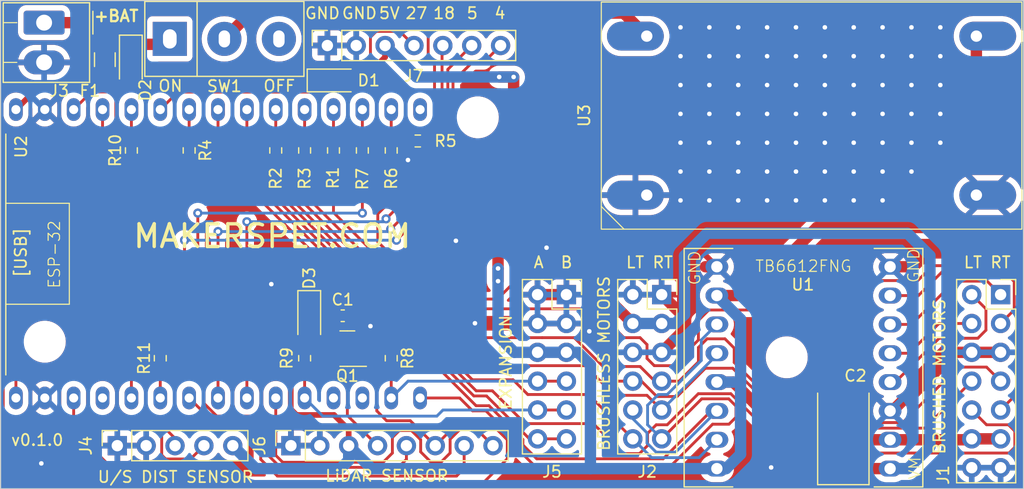
<source format=kicad_pcb>
(kicad_pcb (version 20221018) (generator pcbnew)
  (title_block (title "ESP32 Combined PCB") (date "2024-03-29") (rev "0.1.0") (company "makerspet.com"))
  (layers (0 "F.Cu" signal) (31 "B.Cu" signal) (34 "B.Paste" user) (35 "F.Paste" user) (36 "B.SilkS" user "B.Silkscreen") (37 "F.SilkS" user "F.Silkscreen") (38 "B.Mask" user) (39 "F.Mask" user) (44 "Edge.Cuts" user))
  (net 0 "")
  (net 1 "+5V")
  (net 2 "GND")
  (net 3 "Net-(D1-K)")
  (net 4 "Net-(D2-K)")
  (net 5 "Net-(D2-A)")
  (net 6 "Net-(D3-A)")
  (net 7 "Vdrive")
  (net 8 "/M_FG_RIGHT_ENC_A")
  (net 9 "/MOT_PWM_RIGHT_IN1")
  (net 10 "/MOT_CW_RIGHT_IN2")
  (net 11 "/MOT_CW_LEFT_IN2")
  (net 12 "/MOT_PWM_LEFT_IN1")
  (net 13 "/M_FG_LEFT_ENC_A")
  (net 14 "/MOT+RIGHT")
  (net 15 "/MOT-RIGHT")
  (net 16 "/M_RIGHT_ENC_B")
  (net 17 "/M_LEFT_ENC_B")
  (net 18 "/MOT-LEFT")
  (net 19 "/MOT+LEFT")
  (net 20 "/LDS_MOT_PWM")
  (net 21 "/LDS_RX")
  (net 22 "/LDS_EN")
  (net 23 "/GPIO12_OUT_STRAP")
  (net 24 "/I2C_SCL")
  (net 25 "/I2C_SDA")
  (net 26 "/I2C_INT")
  (net 27 "/GPIO27")
  (net 28 "/GPIO18")
  (net 29 "/GPIO5_BOOT_STRAP")
  (net 30 "/GPIO4")
  (net 31 "+3V3")
  (net 32 "/MOT_FG_LEFT_ENC_A")
  (net 33 "/MOT_FG_RIGHT_ENC_A")
  (net 34 "/GPIO39_IN")
  (net 35 "/MOT_LEFT_ENC_B")
  (net 36 "/MOT_RIGHT_ENC_B")
  (net 37 "/BAT_ADC")
  (net 38 "/LDS_TX")
  (net 40 "Net-(J3-Pin_1)")
  (net 41 "Net-(J4-Pin_3)")
  (net 42 "Net-(J6-Pin_5)")
  (footprint "Resistor_SMD:R_0603_1608Metric" (layer "F.Cu") (at 51.5112 43.2 90)
    (fp_text reference "R10")
    (fp_text value "10k")
  )
  (footprint "Resistor_SMD:R_0603_1608Metric" (layer "F.Cu") (at 66.7512 61.5 -90)
    (fp_text reference "R9")
    (fp_text value "10k")
  )
  (footprint "Resistor_SMD:R_0603_1608Metric" (layer "F.Cu") (at 69.2912 43.2 -90)
    (fp_text reference "R1")
    (fp_text value "10k")
  )
  (footprint "Makerspet:Terminal_Block_2p_3.5mm_SideEntry" (layer "F.Cu") (at 43.8306 31.9454 -90)
    (fp_text reference "J3")
    (fp_text value "TERM BLK 3.5MM 2P SIDE" hide)
  )
  (footprint "Connector_PinSocket_2.54mm:PinSocket_2x06_P2.54mm_Vertical" (layer "F.Cu") (at 98.1656 55.9)
    (fp_text reference "J2")
    (fp_text value "SKT 2x6PIN VERT 2.54MM" hide)
  )
  (footprint "Makerspet:SWITCH" (layer "F.Cu") (at 59.69 33.3756)
    (fp_text reference "SW1")
    (fp_text value "SS12D10" hide)
  )
  (footprint "Resistor_SMD:R_0603_1608Metric" (layer "F.Cu") (at 66.7512 43.2 -90)
    (fp_text reference "R3")
    (fp_text value "10k")
  )
  (footprint "Diode_SMD:D_SOD-123F" (layer "F.Cu") (at 67.1576 57.7596 -90)
    (fp_text reference "D3")
    (fp_text value "FS26")
  )
  (footprint "Diode_SMD:D_SOD-123F" (layer "F.Cu") (at 69.1896 37.0332)
    (fp_text reference "D1")
    (fp_text value "FS26")
  )
  (footprint "Fuse:Fuse_1206_3216Metric" (layer "F.Cu") (at 49.1744 35.2044 -90)
    (fp_text reference "F1")
    (fp_text value "0685T3000-01" hide)
  )
  (footprint "Resistor_SMD:R_0603_1608Metric" (layer "F.Cu") (at 76.708 42.3672)
    (fp_text reference "R5")
    (fp_text value "200k")
  )
  (footprint "Connector_PinSocket_2.54mm:PinSocket_1x07_P2.54mm_Vertical" (layer "F.Cu") (at 68.7524 33.9602 90)
    (fp_text reference "J7")
    (fp_text value "HDR SKT 7PIN VERT 2.54MM" hide)
  )
  (footprint "Resistor_SMD:R_0603_1608Metric" (layer "F.Cu") (at 64.2112 43.2 -90)
    (fp_text reference "R2")
    (fp_text value "10k")
  )
  (footprint "Connector_PinSocket_2.54mm:PinSocket_2x07_P2.54mm_Vertical" (layer "F.Cu") (at 127.9852 55.9)
    (fp_text reference "J1")
    (fp_text value "SKT 2x7PIN VERT 2.54MM" hide)
  )
  (footprint "MountingHole:MountingHole_3.2mm_M3" (layer "F.Cu") (at 109.1692 61.4172 90)
    (fp_text reference "H2" hide)
    (fp_text value "MountingHole" hide)
  )
  (footprint "Resistor_SMD:R_0603_1608Metric" (layer "F.Cu") (at 71.8312 43.2 -90)
    (fp_text reference "R7")
    (fp_text value "10k")
  )
  (footprint "Connector_PinSocket_2.54mm:PinSocket_2x06_P2.54mm_Vertical" (layer "F.Cu") (at 89.7836 55.9)
    (fp_text reference "J5")
    (fp_text value "SKT 2x6PIN VERT 2.54MM" hide)
  )
  (footprint "Makerspet:TB6612FNG Module" (layer "F.Cu") (at 110.6424 62.3316 90)
    (fp_text reference "U1")
    (fp_text value "TB6612FNG Module" hide)
  )
  (footprint "Resistor_SMD:R_0603_1608Metric" (layer "F.Cu") (at 54.0512 61.5 90)
    (fp_text reference "R11")
    (fp_text value "10k")
  )
  (footprint "MountingHole:MountingHole_3.2mm_M3" (layer "F.Cu") (at 81.9912 40.2844)
    (fp_text reference "H3" hide)
    (fp_text value "MountingHole" hide)
  )
  (footprint "Resistor_SMD:R_0603_1608Metric" (layer "F.Cu") (at 56.5912 43.2 -90)
    (fp_text reference "R4")
    (fp_text value "10k")
  )
  (footprint "Diode_SMD:D_SOD-123F" (layer "F.Cu") (at 51.4604 35.2552 -90)
    (fp_text reference "D2")
    (fp_text value "FS26")
  )
  (footprint "Package_TO_SOT_SMD:SOT-23" (layer "F.Cu") (at 70.5104 60.6552 180)
    (fp_text reference "Q1")
    (fp_text value "AS2302")
  )
  (footprint "Resistor_SMD:R_0603_1608Metric" (layer "F.Cu") (at 74.3712 43.2 90)
    (fp_text reference "R6")
    (fp_text value "20k")
  )
  (footprint "Resistor_SMD:R_0603_1608Metric" (layer "F.Cu") (at 74.3712 61.5 -90)
    (fp_text reference "R8")
    (fp_text value "10k")
  )
  (footprint "Connector_PinSocket_2.54mm:PinSocket_1x08_P2.54mm_Vertical" (layer "F.Cu") (at 65.547 69.2 90)
    (fp_text reference "J6")
    (fp_text value "HDR SKT 8PIN VERT 2.54MM" hide)
  )
  (footprint "Capacitor_SMD:C_0603_1608Metric" (layer "F.Cu") (at 70.104 57.7596)
    (fp_text reference "C1")
    (fp_text value "22uF")
  )
  (footprint "Makerspet:ESP-32" (layer "F.Cu") (at 59.1312 52.3)
    (fp_text reference "U2")
    (fp_text value "ESP32 DEV KIT Module 30-pin")
  )
  (footprint "Capacitor_Tantalum_SMD:CP_EIA-7343-15_Kemet-W" (layer "F.Cu") (at 114.1476 68.2244 90)
    (fp_text reference "C2")
    (fp_text value "100uF 16V")
  )
  (footprint "MountingHole:MountingHole_3.2mm_M3" (layer "F.Cu") (at 43.8912 60.0456)
    (fp_text reference "H1" hide)
    (fp_text value "MountingHole" hide)
  )
  (footprint "Connector_PinSocket_2.54mm:PinSocket_1x05_P2.54mm_Vertical" (layer "F.Cu") (at 50.2712 69.2 90)
    (fp_text reference "J4")
    (fp_text value "HDR SKT 5PIN VERT 2.54MM" hide)
  )
  (footprint "Makerspet:Mini560-Pro-Castellated" (layer "F.Cu") (at 111.3536 40.132)
    (fp_text reference "U3")
    (fp_text value "Mini 560 PRO 5V Module")
  )
  (gr_rect (start 40 30) (end 130 73) (stroke (width 0.1)) (fill none) (layer "Edge.Cuts"))
  (gr_text "GND" (at 69.9516 31.6992) (layer "F.SilkS") (effects (font (size 1 1)) (justify left bottom)))
  (gr_text "A  B" (at 86.8172 53.6448) (layer "F.SilkS") (effects (font (size 1 1)) (justify left bottom)))
  (gr_text "U/S DIST SENSOR" (at 48.4632 72.5424) (layer "F.SilkS") (effects (font (size 1 1)) (justify left bottom)))
  (gr_text "27" (at 75.5396 31.6992) (layer "F.SilkS") (effects (font (size 1 1)) (justify left bottom)))
  (gr_text "LT RT" (at 94.9452 53.6448) (layer "F.SilkS") (effects (font (size 1 1)) (justify left bottom)))
  (gr_text "GND" (at 66.7004 31.6992) (layer "F.SilkS") (effects (font (size 1 1)) (justify left bottom)))
  (gr_text "LT RT" (at 124.6632 53.6448) (layer "F.SilkS") (effects (font (size 1 1)) (justify left bottom)))
  (gr_text "OFF" (at 63.0428 38.1) (layer "F.SilkS") (effects (font (size 1 1)) (justify left bottom)))
  (gr_text "+BAT" (at 48.1232 31.9454) (layer "F.SilkS") (effects (font (size 1 1) (thickness 0.2) bold) (justify left bottom)))
  (gr_text "v0.1.0" (at 40.8432 69.2912) (layer "F.SilkS") (effects (font (size 1 1)) (justify left bottom)))
  (gr_text "LiDAR SENSOR" (at 68.4784 72.4408) (layer "F.SilkS") (effects (font (size 1 1)) (justify left bottom)))
  (gr_text "EXPANSION" (at 85.0392 66.0908 90) (layer "F.SilkS") (effects (font (size 1 1)) (justify left bottom)))
  (gr_text "[USB]" (at 42.3672 54.4576 90) (layer "F.SilkS") (effects (font (size 1 1)) (justify left bottom)))
  (gr_text "18" (at 77.978 31.6992) (layer "F.SilkS") (effects (font (size 1 1)) (justify left bottom)))
  (gr_text "4" (at 83.3628 31.6992) (layer "F.SilkS") (effects (font (size 1 1)) (justify left bottom)))
  (gr_text "BRUSHLESS MOTORS" (at 93.6752 69.7484 90) (layer "F.SilkS") (effects (font (size 1 1)) (justify left bottom)))
  (gr_text "5" (at 80.9244 31.6992) (layer "F.SilkS") (effects (font (size 1 1)) (justify left bottom)))
  (gr_text "BRUSHED MOTORS" (at 123.19 70.0532 90) (layer "F.SilkS") (effects (font (size 1 1)) (justify left bottom)))
  (gr_text "ON" (at 53.7972 38.1) (layer "F.SilkS") (effects (font (size 1 1)) (justify left bottom)))
  (gr_text "MAKERSPET.COM" (at 51.5112 51.9176) (layer "F.SilkS") (effects (font (size 2 2) (thickness 0.3)) (justify left bottom)))
  (gr_text "5V" (at 73.2028 31.6992) (layer "F.SilkS") (effects (font (size 1 1)) (justify left bottom)))
  (segment (start 103.0224 63.6016) (end 104.470478 63.6016) (width 1) (layer "F.Cu") (net 1))
  (segment (start 85.1408 36.7284) (end 83.8708 36.7284) (width 1) (layer "F.Cu") (net 1))
  (segment (start 83.7692 53.594) (end 83.7692 54.7116) (width 1) (layer "F.Cu") (net 1))
  (segment (start 65.532 65.9892) (end 65.532 62.2808) (width 0.5) (layer "F.Cu") (net 1))
  (segment (start 122.7836 49.8348) (end 122.6312 49.9872) (width 1) (layer "F.Cu") (net 1))
  (segment (start 125.8536 33.132) (end 125.8536 42.2944) (width 1) (layer "F.Cu") (net 1))
  (segment (start 64.9224 57.5564) (end 66.1192 56.3596) (width 0.5) (layer "F.Cu") (net 1))
  (segment (start 122.6312 49.9872) (end 111.8108 49.9872) (width 1) (layer "F.Cu") (net 1))
  (segment (start 122.7836 45.3644) (end 122.7836 49.8348) (width 1) (layer "F.Cu") (net 1))
  (segment (start 109.550478 68.6816) (end 118.2624 68.6816) (width 1) (layer "F.Cu") (net 1))
  (segment (start 83.7692 45.1104) (end 85.1408 43.7388) (width 1) (layer "F.Cu") (net 1))
  (segment (start 69.329 57.7596) (end 68.5576 57.7596) (width 0.5) (layer "F.Cu") (net 1))
  (segment (start 104.470478 63.6016) (end 109.550478 68.6816) (width 1) (layer "F.Cu") (net 1))
  (segment (start 70.5896 37.0332) (end 71.7804 37.0332) (width 0.5) (layer "F.Cu") (net 1))
  (segment (start 125.4452 68.6) (end 127.9852 68.6) (width 1) (layer "F.Cu") (net 1))
  (segment (start 65.532 62.2808) (end 64.9224 61.6712) (width 0.5) (layer "F.Cu") (net 1))
  (segment (start 66.1192 56.3596) (end 67.1576 56.3596) (width 0.5) (layer "F.Cu") (net 1))
  (segment (start 73.8324 34.9812) (end 73.8324 33.9602) (width 0.5) (layer "F.Cu") (net 1))
  (segment (start 83.7692 53.594) (end 83.7692 45.1104) (width 1) (layer "F.Cu") (net 1))
  (segment (start 85.1408 43.7388) (end 85.1408 36.7284) (width 1) (layer "F.Cu") (net 1))
  (segment (start 111.8108 49.9872) (end 105.8164 55.9816) (width 1) (layer "F.Cu") (net 1))
  (segment (start 66.04 66.4972) (end 65.532 65.9892) (width 0.5) (layer "F.Cu") (net 1))
  (segment (start 70.627 67.7822) (end 69.342 66.4972) (width 0.5) (layer "F.Cu") (net 1))
  (segment (start 125.3636 68.6816) (end 125.4452 68.6) (width 1) (layer "F.Cu") (net 1))
  (segment (start 105.8164 55.9816) (end 103.0224 55.9816) (width 1) (layer "F.Cu") (net 1))
  (segment (start 118.2624 68.6816) (end 125.3636 68.6816) (width 1) (layer "F.Cu") (net 1))
  (segment (start 125.8536 42.2944) (end 122.7836 45.3644) (width 1) (layer "F.Cu") (net 1))
  (segment (start 68.5576 57.7596) (end 67.1576 56.3596) (width 0.5) (layer "F.Cu") (net 1))
  (segment (start 70.627 69.2) (end 70.627 67.7822) (width 0.5) (layer "F.Cu") (net 1))
  (segment (start 71.7804 37.0332) (end 73.8324 34.9812) (width 0.5) (layer "F.Cu") (net 1))
  (segment (start 64.9224 61.6712) (end 64.9224 57.5564) (width 0.5) (layer "F.Cu") (net 1))
  (segment (start 69.342 66.4972) (end 66.04 66.4972) (width 0.5) (layer "F.Cu") (net 1))
  (via (at 83.7692 53.594) (size 0.8) (drill 0.4) (layers "F.Cu" "B.Cu") (net 1))
  (via (at 83.8708 36.7284) (size 0.8) (drill 0.4) (layers "F.Cu" "B.Cu") (net 1))
  (via (at 85.1408 36.7284) (size 0.8) (drill 0.4) (layers "F.Cu" "B.Cu") (net 1))
  (via (at 83.7692 54.7116) (size 0.8) (drill 0.4) (layers "F.Cu" "B.Cu") (net 1))
  (segment (start 91.8972 62.0776) (end 91.8972 71.2216) (width 1) (layer "B.Cu") (net 1))
  (segment (start 105.1052 69.9516) (end 103.8352 71.2216) (width 1) (layer "B.Cu") (net 1))
  (segment (start 69.9008 71.2216) (end 70.627 70.4954) (width 1) (layer "B.Cu") (net 1))
  (segment (start 118.344 68.6) (end 118.2624 68.6816) (width 1) (layer "B.Cu") (net 1))
  (segment (start 85.2116 60.98) (end 83.7692 59.5376) (width 1) (layer "B.Cu") (net 1))
  (segment (start 83.7692 59.5376) (end 83.7692 53.594) (width 1) (layer "B.Cu") (net 1))
  (segment (start 70.627 70.4954) (end 70.627 69.2) (width 1) (layer "B.Cu") (net 1))
  (segment (start 85.1408 36.7284) (end 76.6006 36.7284) (width 1) (layer "B.Cu") (net 1))
  (segment (start 70.627 69.2) (end 72.6486 71.2216) (width 1) (layer "B.Cu") (net 1))
  (segment (start 103.0224 63.6016) (end 105.1052 63.6016) (width 1) (layer "B.Cu") (net 1))
  (segment (start 72.6486 71.2216) (end 103.0224 71.2216) (width 1) (layer "B.Cu") (net 1))
  (segment (start 76.6006 36.7284) (end 73.8324 33.9602) (width 1) (layer "B.Cu") (net 1))
  (segment (start 105.1052 63.6016) (end 105.1052 69.9516) (width 1) (layer "B.Cu") (net 1))
  (segment (start 60.4312 69.2) (end 62.4528 71.2216) (width 1) (layer "B.Cu") (net 1))
  (segment (start 62.4528 71.2216) (end 69.9008 71.2216) (width 1) (layer "B.Cu") (net 1))
  (segment (start 90.7996 60.98) (end 91.8972 62.0776) (width 1) (layer "B.Cu") (net 1))
  (segment (start 89.7836 60.98) (end 87.2436 60.98) (width 1) (layer "B.Cu") (net 1))
  (segment (start 103.8352 71.2216) (end 103.0224 71.2216) (width 1) (layer "B.Cu") (net 1))
  (segment (start 103.0224 55.9816) (end 105.1052 58.0644) (width 1) (layer "B.Cu") (net 1))
  (segment (start 87.2436 60.98) (end 85.2116 60.98) (width 1) (layer "B.Cu") (net 1))
  (segment (start 105.1052 58.0644) (end 105.1052 63.6016) (width 1) (layer "B.Cu") (net 1))
  (segment (start 89.7836 60.98) (end 90.7996 60.98) (width 1) (layer "B.Cu") (net 1))
  (segment (start 125.4452 60.98) (end 123.6272 60.98) (width 1) (layer "F.Cu") (net 2))
  (segment (start 118.2624 53.4416) (end 120.2624 53.4416) (width 1) (layer "F.Cu") (net 2))
  (segment (start 71.4479 59.7052) (end 71.4479 58.674) (width 0.5) (layer "F.Cu") (net 2))
  (segment (start 75.8444 44.0436) (end 75.8258 44.025) (width 0.25) (layer "F.Cu") (net 2))
  (segment (start 118.4656 66.1416) (end 118.2624 66.1416) (width 1) (layer "F.Cu") (net 2))
  (segment (start 74.3712 44.025) (end 75.8444 44.0436) (width 0.25) (layer "F.Cu") (net 2))
  (segment (start 123.6272 60.98) (end 118.4656 66.1416) (width 1) (layer "F.Cu") (net 2))
  (segment (start 71.4479 58.3285) (end 70.879 57.7596) (width 0.5) (layer "F.Cu") (net 2))
  (segment (start 71.4479 58.674) (end 72.5424 58.674) (width 0.5) (layer "F.Cu") (net 2))
  (segment (start 127.9852 60.98) (end 125.4452 60.98) (width 1) (layer "F.Cu") (net 2))
  (segment (start 87.2436 55.9) (end 89.7836 55.9) (width 1) (layer "F.Cu") (net 2))
  (segment (start 100.0252 57.7596) (end 98.1656 55.9) (width 1) (layer "F.Cu") (net 2))
  (segment (start 100.0252 59.1204) (end 100.0252 57.7596) (width 1) (layer "F.Cu") (net 2))
  (segment (start 98.1656 60.98) (end 100.0252 59.1204) (width 1) (layer "F.Cu") (net 2))
  (segment (start 102.0064 53.4416) (end 103.0224 53.4416) (width 1) (layer "F.Cu") (net 2))
  (segment (start 71.4479 58.674) (end 71.4479 58.3285) (width 0.5) (layer "F.Cu") (net 2))
  (via (at 122.682 34.8996) (size 0.8) (drill 0.4) (layers "F.Cu" "B.Cu") (net 2))
  (via (at 102.362 47.5996) (size 0.8) (drill 0.4) (layers "F.Cu" "B.Cu") (net 2))
  (via (at 99.822 47.5996) (size 0.8) (drill 0.4) (layers "F.Cu" "B.Cu") (net 2))
  (via (at 120.142 34.8996) (size 0.8) (drill 0.4) (layers "F.Cu" "B.Cu") (net 2))
  (via (at 107.442 45.0596) (size 0.8) (drill 0.4) (layers "F.Cu" "B.Cu") (net 2))
  (via (at 109.982 37.4396) (size 0.8) (drill 0.4) (layers "F.Cu" "B.Cu") (net 2))
  (via (at 104.902 42.5196) (size 0.8) (drill 0.4) (layers "F.Cu" "B.Cu") (net 2))
  (via (at 104.902 32.3596) (size 0.8) (drill 0.4) (layers "F.Cu" "B.Cu") (net 2))
  (via (at 104.902 37.4396) (size 0.8) (drill 0.4) (layers "F.Cu" "B.Cu") (net 2))
  (via (at 117.602 37.4396) (size 0.8) (drill 0.4) (layers "F.Cu" "B.Cu") (net 2))
  (via (at 99.822 34.8996) (size 0.8) (drill 0.4) (layers "F.Cu" "B.Cu") (net 2))
  (via (at 120.142 42.5196) (size 0.8) (drill 0.4) (layers "F.Cu" "B.Cu") (net 2))
  (via (at 109.982 45.0596) (size 0.8) (drill 0.4) (layers "F.Cu" "B.Cu") (net 2))
  (via (at 115.062 34.8996) (size 0.8) (drill 0.4) (layers "F.Cu" "B.Cu") (net 2))
  (via (at 43.5864 70.7644) (size 0.8) (drill 0.4) (layers "F.Cu" "B.Cu") (net 2))
  (via (at 112.522 39.9796) (size 0.8) (drill 0.4) (layers "F.Cu" "B.Cu") (net 2))
  (via (at 112.522 42.5196) (size 0.8) (drill 0.4) (layers "F.Cu" "B.Cu") (net 2))
  (via (at 63.82092 54.975172) (size 0.8) (drill 0.4) (layers "F.Cu" "B.Cu") (net 2))
  (via (at 120.142 39.9796) (size 0.8) (drill 0.4) (layers "F.Cu" "B.Cu") (net 2))
  (via (at 107.7976 71.12) (size 0.8) (drill 0.4) (layers "F.Cu" "B.Cu") (net 2))
  (via (at 117.602 47.5996) (size 0.8) (drill 0.4) (layers "F.Cu" "B.Cu") (net 2))
  (via (at 120.142 32.3596) (size 0.8) (drill 0.4) (layers "F.Cu" "B.Cu") (net 2))
  (via (at 91.797178 59.127896) (size 0.8) (drill 0.4) (layers "F.Cu" "B.Cu") (net 2))
  (via (at 102.362 42.5196) (size 0.8) (drill 0.4) (layers "F.Cu" "B.Cu") (net 2))
  (via (at 117.602 32.3596) (size 0.8) (drill 0.4) (layers "F.Cu" "B.Cu") (net 2))
  (via (at 107.442 34.8996) (size 0.8) (drill 0.4) (layers "F.Cu" "B.Cu") (net 2))
  (via (at 99.822 42.5196) (size 0.8) (drill 0.4) (layers "F.Cu" "B.Cu") (net 2))
  (via (at 102.362 39.9796) (size 0.8) (drill 0.4) (layers "F.Cu" "B.Cu") (net 2))
  (via (at 107.442 42.5196) (size 0.8) (drill 0.4) (layers "F.Cu" "B.Cu") (net 2))
  (via (at 112.522 47.5996) (size 0.8) (drill 0.4) (layers "F.Cu" "B.Cu") (net 2))
  (via (at 109.982 47.5996) (size 0.8) (drill 0.4) (layers "F.Cu" "B.Cu") (net 2))
  (via (at 88.0364 51.7652) (size 0.8) (drill 0.4) (layers "F.Cu" "B.Cu") (net 2))
  (via (at 107.442 32.3596) (size 0.8) (drill 0.4) (layers "F.Cu" "B.Cu") (net 2))
  (via (at 120.142 45.0596) (size 0.8) (drill 0.4) (layers "F.Cu" "B.Cu") (net 2))
  (via (at 117.602 42.5196) (size 0.8) (drill 0.4) (layers "F.Cu" "B.Cu") (net 2))
  (via (at 75.8444 44.0436) (size 0.8) (drill 0.4) (layers "F.Cu" "B.Cu") (net 2))
  (via (at 117.602 34.8996) (size 0.8) (drill 0.4) (layers "F.Cu" "B.Cu") (net 2))
  (via (at 115.062 47.5996) (size 0.8) (drill 0.4) (layers "F.Cu" "B.Cu") (net 2))
  (via (at 122.682 42.5196) (size 0.8) (drill 0.4) (layers "F.Cu" "B.Cu") (net 2))
  (via (at 115.062 37.4396) (size 0.8) (drill 0.4) (layers "F.Cu" "B.Cu") (net 2))
  (via (at 109.982 32.3596) (size 0.8) (drill 0.4) (layers "F.Cu" "B.Cu") (net 2))
  (via (at 122.682 39.9796) (size 0.8) (drill 0.4) (layers "F.Cu" "B.Cu") (net 2))
  (via (at 120.142 37.4396) (size 0.8) (drill 0.4) (layers "F.Cu" "B.Cu") (net 2))
  (via (at 122.682 37.4396) (size 0.8) (drill 0.4) (layers "F.Cu" "B.Cu") (net 2))
  (via (at 104.902 47.5996) (size 0.8) (drill 0.4) (layers "F.Cu" "B.Cu") (net 2))
  (via (at 102.362 32.3596) (size 0.8) (drill 0.4) (layers "F.Cu" "B.Cu") (net 2))
  (via (at 72.5424 58.674) (size 0.8) (drill 0.4) (layers "F.Cu" "B.Cu") (net 2))
  (via (at 112.522 37.4396) (size 0.8) (drill 0.4) (layers "F.Cu" "B.Cu") (net 2))
  (via (at 81.7372 58.42) (size 0.8) (drill 0.4) (layers "F.Cu" "B.Cu") (net 2))
  (via (at 99.822 37.4396) (size 0.8) (drill 0.4) (layers "F.Cu" "B.Cu") (net 2))
  (via (at 112.522 32.3596) (size 0.8) (drill 0.4) (layers "F.Cu" "B.Cu") (net 2))
  (via (at 99.822 39.9796) (size 0.8) (drill 0.4) (layers "F.Cu" "B.Cu") (net 2))
  (via (at 115.062 42.5196) (size 0.8) (drill 0.4) (layers "F.Cu" "B.Cu") (net 2))
  (via (at 109.982 34.8996) (size 0.8) (drill 0.4) (layers "F.Cu" "B.Cu") (net 2))
  (via (at 107.442 37.4396) (size 0.8) (drill 0.4) (layers "F.Cu" "B.Cu") (net 2))
  (via (at 104.902 39.9796) (size 0.8) (drill 0.4) (layers "F.Cu" "B.Cu") (net 2))
  (via (at 107.442 39.9796) (size 0.8) (drill 0.4) (layers "F.Cu" "B.Cu") (net 2))
  (via (at 104.902 34.8996) (size 0.8) (drill 0.4) (layers "F.Cu" "B.Cu") (net 2))
  (via (at 115.062 32.3596) (size 0.8) (drill 0.4) (layers "F.Cu" "B.Cu") (net 2))
  (via (at 112.522 45.0596) (size 0.8) (drill 0.4) (layers "F.Cu" "B.Cu") (net 2))
  (via (at 104.902 45.0596) (size 0.8) (drill 0.4) (layers "F.Cu" "B.Cu") (net 2))
  (via (at 80.0608 51.1556) (size 0.8) (drill 0.4) (layers "F.Cu" "B.Cu") (net 2))
  (via (at 115.062 39.9796) (size 0.8) (drill 0.4) (layers "F.Cu" "B.Cu") (net 2))
  (via (at 99.822 45.0596) (size 0.8) (drill 0.4) (layers "F.Cu" "B.Cu") (net 2))
  (via (at 109.982 39.9796) (size 0.8) (drill 0.4) (layers "F.Cu" "B.Cu") (net 2))
  (via (at 109.982 42.5196) (size 0.8) (drill 0.4) (layers "F.Cu" "B.Cu") (net 2))
  (via (at 112.522 34.8996) (size 0.8) (drill 0.4) (layers "F.Cu" "B.Cu") (net 2))
  (via (at 115.062 45.0596) (size 0.8) (drill 0.4) (layers "F.Cu" "B.Cu") (net 2))
  (via (at 117.602 39.9796) (size 0.8) (drill 0.4) (layers "F.Cu" "B.Cu") (net 2))
  (via (at 102.362 45.0596) (size 0.8) (drill 0.4) (layers "F.Cu" "B.Cu") (net 2))
  (via (at 99.822 32.3596) (size 0.8) (drill 0.4) (layers "F.Cu" "B.Cu") (net 2))
  (via (at 102.362 34.8996) (size 0.8) (drill 0.4) (layers "F.Cu" "B.Cu") (net 2))
  (via (at 122.682 32.3596) (size 0.8) (drill 0.4) (layers "F.Cu" "B.Cu") (net 2))
  (via (at 102.362 37.4396) (size 0.8) (drill 0.4) (layers "F.Cu" "B.Cu") (net 2))
  (via (at 117.602 45.0596) (size 0.8) (drill 0.4) (layers "F.Cu" "B.Cu") (net 2))
  (via (at 107.442 47.5996) (size 0.8) (drill 0.4) (layers "F.Cu" "B.Cu") (net 2))
  (segment (start 52.3748 35.2044) (end 54.2036 37.0332) (width 0.5) (layer "F.Cu") (net 3))
  (segment (start 45.4152 37.592) (end 47.8028 35.2044) (width 0.5) (layer "F.Cu") (net 3))
  (segment (start 47.8028 35.2044) (end 52.3748 35.2044) (width 0.5) (layer "F.Cu") (net 3))
  (segment (start 43.3592 37.592) (end 45.4152 37.592) (width 0.5) (layer "F.Cu") (net 3))
  (segment (start 54.2036 37.0332) (end 67.7896 37.0332) (width 0.5) (layer "F.Cu") (net 3))
  (segment (start 41.3512 39.6) (end 43.3592 37.592) (width 0.5) (layer "F.Cu") (net 3))
  (segment (start 51.4604 33.8552) (end 54.4104 33.8552) (width 1) (layer "F.Cu") (net 4))
  (segment (start 54.4104 33.8552) (end 54.89 33.3756) (width 1) (layer "F.Cu") (net 4))
  (segment (start 54.89 33.3756) (end 54.486 33.3756) (width 1) (layer "F.Cu") (net 4))
  (segment (start 49.2252 36.6552) (end 49.1744 36.6044) (width 1) (layer "F.Cu") (net 5))
  (segment (start 51.4604 36.6552) (end 49.2252 36.6552) (width 1) (layer "F.Cu") (net 5))
  (segment (start 69.5729 62.3593) (end 69.5729 60.6552) (width 0.25) (layer "F.Cu") (net 6))
  (segment (start 70.5104 63.2968) (end 69.5729 62.3593) (width 0.25) (layer "F.Cu") (net 6))
  (segment (start 73.167 69.2) (end 70.5104 66.5434) (width 0.25) (layer "F.Cu") (net 6))
  (segment (start 68.6532 60.6552) (end 67.1576 59.1596) (width 0.25) (layer "F.Cu") (net 6))
  (segment (start 70.5104 66.5434) (end 70.5104 63.2968) (width 0.25) (layer "F.Cu") (net 6))
  (segment (start 69.5729 60.6552) (end 68.6532 60.6552) (width 0.25) (layer "F.Cu") (net 6))
  (segment (start 93.1164 49.9872) (end 93.1164 55.9308) (width 1) (layer "F.Cu") (net 7))
  (segment (start 62.484 30.5816) (end 87.4776 30.5816) (width 1) (layer "F.Cu") (net 7))
  (segment (start 114.2629 71.2216) (end 114.1476 71.3369) (width 1) (layer "F.Cu") (net 7))
  (segment (start 88.0008 31.1048) (end 88.0008 44.8716) (width 1) (layer "F.Cu") (net 7))
  (segment (start 78.1812 35.6108) (end 77.6224 35.052) (width 0.25) (layer "F.Cu") (net 7))
  (segment (start 88.0008 44.8716) (end 93.1164 49.9872) (width 1) (layer "F.Cu") (net 7))
  (segment (start 94.8264 31.1048) (end 88.0008 31.1048) (width 1) (layer "F.Cu") (net 7))
  (segment (start 118.2624 71.2216) (end 114.2629 71.2216) (width 1) (layer "F.Cu") (net 7))
  (segment (start 77.533 42.3672) (end 78.0288 42.3672) (width 0.25) (layer "F.Cu") (net 7))
  (segment (start 87.4776 30.5816) (end 88.0008 31.1048) (width 1) (layer "F.Cu") (net 7))
  (segment (start 77.6224 35.052) (end 77.6224 30.5) (width 0.25) (layer "F.Cu") (net 7))
  (segment (start 93.1164 55.9308) (end 95.6256 58.44) (width 1) (layer "F.Cu") (net 7))
  (segment (start 59.69 33.3756) (end 62.484 30.5816) (width 1) (layer "F.Cu") (net 7))
  (segment (start 78.1812 42.2148) (end 78.1812 35.6108) (width 0.25) (layer "F.Cu") (net 7))
  (segment (start 78.0288 42.3672) (end 78.1812 42.2148) (width 0.25) (layer "F.Cu") (net 7))
  (segment (start 96.8536 33.132) (end 94.8264 31.1048) (width 1) (layer "F.Cu") (net 7))
  (segment (start 119.7864 50.4952) (end 102.1588 50.4952) (width 1) (layer "B.Cu") (net 7))
  (segment (start 100.1776 57.630081) (end 99.367681 58.44) (width 1) (layer "B.Cu") (net 7))
  (segment (start 121.7676 52.4764) (end 119.7864 50.4952) (width 1) (layer "B.Cu") (net 7))
  (segment (start 121.7676 69.2912) (end 121.7676 52.4764) (width 1) (layer "B.Cu") (net 7))
  (segment (start 102.1588 50.4952) (end 100.1776 52.4764) (width 1) (layer "B.Cu") (net 7))
  (segment (start 99.367681 58.44) (end 98.1656 58.44) (width 1) (layer "B.Cu") (net 7))
  (segment (start 119.8372 71.2216) (end 121.7676 69.2912) (width 1) (layer "B.Cu") (net 7))
  (segment (start 100.1776 52.4764) (end 100.1776 57.630081) (width 1) (layer "B.Cu") (net 7))
  (segment (start 98.1656 58.44) (end 95.6256 58.44) (width 1) (layer "B.Cu") (net 7))
  (segment (start 118.2624 71.2216) (end 119.8372 71.2216) (width 1) (layer "B.Cu") (net 7))
  (segment (start 125.4452 63.52) (end 121.3086 67.6566) (width 0.25) (layer "F.Cu") (net 8))
  (segment (start 94.3048 63.52) (end 90.4748 59.69) (width 0.25) (layer "F.Cu") (net 8))
  (segment (start 109.692204 67.6566) (end 104.418004 62.3824) (width 0.25) (layer "F.Cu") (net 8))
  (segment (start 95.6256 63.52) (end 94.3048 63.52) (width 0.25) (layer "F.Cu") (net 8))
  (segment (start 90.4748 59.69) (end 87.655301 59.69) (width 0.25) (layer "F.Cu") (net 8))
  (segment (start 99.5172 64.8716) (end 97.7392 64.8716) (width 0.25) (layer "F.Cu") (net 8))
  (segment (start 66.7512 47.0916) (end 66.7512 44.025) (width 0.25) (layer "F.Cu") (net 8))
  (segment (start 97.7392 64.8716) (end 96.3876 63.52) (width 0.25) (layer "F.Cu") (net 8))
  (segment (start 87.655301 59.69) (end 79.3496 59.69) (width 0.25) (layer "F.Cu") (net 8))
  (segment (start 104.418004 62.3824) (end 102.0064 62.3824) (width 0.25) (layer "F.Cu") (net 8))
  (segment (start 121.3086 67.6566) (end 109.692204 67.6566) (width 0.25) (layer "F.Cu") (net 8))
  (segment (start 79.3496 59.69) (end 66.7512 47.0916) (width 0.25) (layer "F.Cu") (net 8))
  (segment (start 102.0064 62.3824) (end 99.5172 64.8716) (width 0.25) (layer "F.Cu") (net 8))
  (segment (start 96.3876 63.52) (end 95.6256 63.52) (width 0.25) (layer "F.Cu") (net 8))
  (segment (start 98.298 70.358) (end 87.1728 70.358) (width 0.25) (layer "F.Cu") (net 9))
  (segment (start 81.8388 65.6844) (end 63.0428 46.8884) (width 0.25) (layer "F.Cu") (net 9))
  (segment (start 85.9536 68.657596) (end 82.980404 65.6844) (width 0.25) (layer "F.Cu") (net 9))
  (segment (start 50.1396 42.226404) (end 50.1396 38.608) (width 0.25) (layer "F.Cu") (net 9))
  (segment (start 47.982 38.0492) (end 46.4312 39.6) (width 0.25) (layer "F.Cu") (net 9))
  (segment (start 63.0428 46.8884) (end 56.134 46.8884) (width 0.25) (layer "F.Cu") (net 9))
  (segment (start 82.980404 65.6844) (end 81.8388 65.6844) (width 0.25) (layer "F.Cu") (net 9))
  (segment (start 56.134 46.8884) (end 52.4256 43.18) (width 0.25) (layer "F.Cu") (net 9))
  (segment (start 103.0224 66.1416) (end 102.5144 66.1416) (width 0.25) (layer "F.Cu") (net 9))
  (segment (start 51.093196 43.18) (end 50.1396 42.226404) (width 0.25) (layer "F.Cu") (net 9))
  (segment (start 85.9536 69.1388) (end 85.9536 68.657596) (width 0.25) (layer "F.Cu") (net 9))
  (segment (start 102.5144 66.1416) (end 98.298 70.358) (width 0.25) (layer "F.Cu") (net 9))
  (segment (start 49.5808 38.0492) (end 47.982 38.0492) (width 0.25) (layer "F.Cu") (net 9))
  (segment (start 50.1396 38.608) (end 49.5808 38.0492) (width 0.25) (layer "F.Cu") (net 9))
  (segment (start 87.1728 70.358) (end 85.9536 69.1388) (width 0.25) (layer "F.Cu") (net 9))
  (segment (start 52.4256 43.18) (end 51.093196 43.18) (width 0.25) (layer "F.Cu") (net 9))
  (segment (start 96.8756 68.072) (end 96.8756 68.971701) (width 0.25) (layer "B.Cu") (net 9))
  (segment (start 96.8756 68.971701) (end 97.678899 69.775) (width 0.25) (layer "B.Cu") (net 9))
  (segment (start 95.6256 66.06) (end 95.6256 66.822) (width 0.25) (layer "B.Cu") (net 9))
  (segment (start 97.678899 69.775) (end 99.389 69.775) (width 0.25) (layer "B.Cu") (net 9))
  (segment (start 99.389 69.775) (end 103.0224 66.1416) (width 0.25) (layer "B.Cu") (net 9))
  (segment (start 95.6256 66.822) (end 96.8756 68.072) (width 0.25) (layer "B.Cu") (net 9))
  (segment (start 86.3866 64.695) (end 91.7206 64.695) (width 0.25) (layer "F.Cu") (net 10))
  (segment (start 85.09 63.3984) (end 86.3866 64.695) (width 0.25) (layer "F.Cu") (net 10))
  (segment (start 59.1312 43.0784) (end 61.526 45.4732) (width 0.25) (layer "F.Cu") (net 10))
  (segment (start 81.509996 63.3984) (end 85.09 63.3984) (width 0.25) (layer "F.Cu") (net 10))
  (segment (start 61.526 45.4732) (end 63.584796 45.4732) (width 0.25) (layer "F.Cu") (net 10))
  (segment (start 91.7206 64.695) (end 95.6256 68.6) (width 0.25) (layer "F.Cu") (net 10))
  (segment (start 59.1312 39.6) (end 59.1312 43.0784) (width 0.25) (layer "F.Cu") (net 10))
  (segment (start 63.584796 45.4732) (end 81.509996 63.3984) (width 0.25) (layer "F.Cu") (net 10))
  (segment (start 95.6256 68.6) (end 97.282 70.2564) (width 0.25) (layer "B.Cu") (net 10))
  (segment (start 97.282 70.2564) (end 101.4476 70.2564) (width 0.25) (layer "B.Cu") (net 10))
  (segment (start 101.4476 70.2564) (end 103.0224 68.6816) (width 0.25) (layer "B.Cu") (net 10))
  (segment (start 85.5036 68.9356) (end 85.5036 69.5016) (width 0.25) (layer "F.Cu") (net 11))
  (segment (start 80.3924 65) (end 81.5268 66.1344) (width 0.25) (layer "F.Cu") (net 11))
  (segment (start 98.885231 71.0692) (end 102.644431 67.31) (width 0.25) (layer "F.Cu") (net 11))
  (segment (start 76.9112 65) (end 80.3924 65) (width 0.25) (layer "F.Cu") (net 11))
  (segment (start 104.0892 67.31) (end 104.6988 66.7004) (width 0.25) (layer "F.Cu") (net 11))
  (segment (start 81.5268 66.1344) (end 82.7024 66.1344) (width 0.25) (layer "F.Cu") (net 11))
  (segment (start 85.5036 69.5016) (end 87.0712 71.0692) (width 0.25) (layer "F.Cu") (net 11))
  (segment (start 87.0712 71.0692) (end 98.885231 71.0692) (width 0.25) (layer "F.Cu") (net 11))
  (segment (start 82.7024 66.1344) (end 85.5036 68.9356) (width 0.25) (layer "F.Cu") (net 11))
  (segment (start 104.6988 65.711196) (end 104.064204 65.0766) (width 0.25) (layer "F.Cu") (net 11))
  (segment (start 102.644431 67.31) (end 104.0892 67.31) (width 0.25) (layer "F.Cu") (net 11))
  (segment (start 104.064204 65.0766) (end 101.689 65.0766) (width 0.25) (layer "F.Cu") (net 11))
  (segment (start 101.689 65.0766) (end 98.1656 68.6) (width 0.25) (layer "F.Cu") (net 11))
  (segment (start 104.6988 66.7004) (end 104.6988 65.711196) (width 0.25) (layer "F.Cu") (net 11))
  (segment (start 101.6508 61.696501) (end 101.6508 59.8932) (width 0.25) (layer "B.Cu") (net 11))
  (segment (start 97.868899 64.695) (end 98.652301 64.695) (width 0.25) (layer "B.Cu") (net 11))
  (segment (start 96.9264 65.637499) (end 97.868899 64.695) (width 0.25) (layer "B.Cu") (net 11))
  (segment (start 98.1656 68.6) (end 96.9264 67.3608) (width 0.25) (layer "B.Cu") (net 11))
  (segment (start 98.652301 64.695) (end 101.6508 61.696501) (width 0.25) (layer "B.Cu") (net 11))
  (segment (start 101.6508 59.8932) (end 103.0224 58.5216) (width 0.25) (layer "B.Cu") (net 11))
  (segment (start 96.9264 67.3608) (end 96.9264 65.637499) (width 0.25) (layer "B.Cu") (net 11))
  (segment (start 94.0308 64.77) (end 91.4158 62.155) (width 0.25) (layer "F.Cu") (net 12))
  (segment (start 96.8756 64.77) (end 94.0308 64.77) (width 0.25) (layer "F.Cu") (net 12))
  (segment (start 98.1656 66.06) (end 96.8756 64.77) (width 0.25) (layer "F.Cu") (net 12))
  (segment (start 81.0018 62.155) (end 63.8048 44.958) (width 0.25) (layer "F.Cu") (net 12))
  (segment (start 63.8048 44.958) (end 63.1444 44.958) (width 0.25) (layer "F.Cu") (net 12))
  (segment (start 63.1444 44.958) (end 61.6712 43.4848) (width 0.25) (layer "F.Cu") (net 12))
  (segment (start 91.4158 62.155) (end 81.0018 62.155) (width 0.25) (layer "F.Cu") (net 12))
  (segment (start 103.0224 61.2032) (end 103.0224 61.0616) (width 0.25) (layer "F.Cu") (net 12))
  (segment (start 61.6712 43.4848) (end 61.6712 39.6) (width 0.25) (layer "F.Cu") (net 12))
  (segment (start 98.1656 66.06) (end 103.0224 61.2032) (width 0.25) (layer "B.Cu") (net 12))
  (segment (start 103.0224 61.2032) (end 103.0224 61.0616) (width 0.25) (layer "B.Cu") (net 12))
  (segment (start 104.5464 60.6044) (end 104.5464 61.8744) (width 0.25) (layer "F.Cu") (net 13))
  (segment (start 94.1324 59.7916) (end 91.4908 57.15) (width 0.25) (layer "F.Cu") (net 13))
  (segment (start 124.2568 62.2808) (end 126.746 62.2808) (width 0.25) (layer "F.Cu") (net 13))
  (segment (start 99.7004 63.52) (end 101.3968 61.8236) (width 0.25) (layer "F.Cu") (net 13))
  (segment (start 104.5464 61.8744) (end 109.8386 67.1666) (width 0.25) (layer "F.Cu") (net 13))
  (segment (start 97.556 63.52) (end 96.266 62.23) (width 0.25) (layer "F.Cu") (net 13))
  (segment (start 103.7336 59.7916) (end 104.5464 60.6044) (width 0.25) (layer "F.Cu") (net 13))
  (segment (start 94.1324 61.722) (end 94.1324 59.7916) (width 0.25) (layer "F.Cu") (net 13))
  (segment (start 109.8386 67.1666) (end 119.371 67.1666) (width 0.25) (layer "F.Cu") (net 13))
  (segment (start 69.2912 48.6664) (end 69.2912 44.025) (width 0.25) (layer "F.Cu") (net 13))
  (segment (start 91.4908 57.15) (end 77.7748 57.15) (width 0.25) (layer "F.Cu") (net 13))
  (segment (start 101.3968 60.5536) (end 102.1588 59.7916) (width 0.25) (layer "F.Cu") (net 13))
  (segment (start 119.371 67.1666) (end 124.2568 62.2808) (width 0.25) (layer "F.Cu") (net 13))
  (segment (start 96.266 62.23) (end 94.6404 62.23) (width 0.25) (layer "F.Cu") (net 13))
  (segment (start 101.3968 61.8236) (end 101.3968 60.5536) (width 0.25) (layer "F.Cu") (net 13))
  (segment (start 98.1656 63.52) (end 99.7004 63.52) (width 0.25) (layer "F.Cu") (net 13))
  (segment (start 102.1588 59.7916) (end 103.7336 59.7916) (width 0.25) (layer "F.Cu") (net 13))
  (segment (start 126.746 62.2808) (end 127.9852 63.52) (width 0.25) (layer "F.Cu") (net 13))
  (segment (start 98.1656 63.52) (end 97.556 63.52) (width 0.25) (layer "F.Cu") (net 13))
  (segment (start 77.7748 57.15) (end 69.2912 48.6664) (width 0.25) (layer "F.Cu") (net 13))
  (segment (start 94.6404 62.23) (end 94.1324 61.722) (width 0.25) (layer "F.Cu") (net 13))
  (segment (start 118.7196 63.6016) (end 122.5804 59.7408) (width 0.25) (layer "F.Cu") (net 14))
  (segment (start 126.6952 57.15) (end 125.4452 55.9) (width 0.25) (layer "F.Cu") (net 14))
  (segment (start 122.5804 59.7408) (end 125.984 59.7408) (width 0.25) (layer "F.Cu") (net 14))
  (segment (start 126.6952 59.0296) (end 126.6952 57.15) (width 0.25) (layer "F.Cu") (net 14))
  (segment (start 125.984 59.7408) (end 126.6952 59.0296) (width 0.25) (layer "F.Cu") (net 14))
  (segment (start 118.2624 63.6016) (end 118.7196 63.6016) (width 0.25) (layer "F.Cu") (net 14))
  (segment (start 118.2624 61.0616) (end 119.9388 61.0616) (width 0.25) (layer "F.Cu") (net 15))
  (segment (start 122.5604 58.44) (end 125.4452 58.44) (width 0.25) (layer "F.Cu") (net 15))
  (segment (start 119.9388 61.0616) (end 122.5604 58.44) (width 0.25) (layer "F.Cu") (net 15))
  (segment (start 92.1512 67.2592) (end 94.7928 69.9008) (width 0.25) (layer "F.Cu") (net 16))
  (segment (start 128.6764 67.3608) (end 126.746 67.3608) (width 0.25) (layer "F.Cu") (net 16))
  (segment (start 63.3984 45.9232) (end 81.846 64.3708) (width 0.25) (layer "F.Cu") (net 16))
  (segment (start 128.7272 69.85) (end 129.2352 69.342) (width 0.25) (layer "F.Cu") (net 16))
  (segment (start 129.2352 69.342) (end 129.2352 67.9196) (width 0.25) (layer "F.Cu") (net 16))
  (segment (start 97.6884 67.3608) (end 98.6536 67.3608) (width 0.25) (layer "F.Cu") (net 16))
  (segment (start 86.1568 67.2592) (end 92.1512 67.2592) (width 0.25) (layer "F.Cu") (net 16))
  (segment (start 126.746 67.3608) (end 125.4452 66.06) (width 0.25) (layer "F.Cu") (net 16))
  (segment (start 81.846 64.3708) (end 83.2684 64.3708) (width 0.25) (layer "F.Cu") (net 16))
  (segment (start 129.2352 67.9196) (end 128.6764 67.3608) (width 0.25) (layer "F.Cu") (net 16))
  (segment (start 96.9264 68.1228) (end 97.6884 67.3608) (width 0.25) (layer "F.Cu") (net 16))
  (segment (start 94.7928 69.9008) (end 96.2152 69.9008) (width 0.25) (layer "F.Cu") (net 16))
  (segment (start 56.5912 44.5516) (end 57.9628 45.9232) (width 0.25) (layer "F.Cu") (net 16))
  (segment (start 56.5912 44.025) (end 56.5912 44.5516) (width 0.25) (layer "F.Cu") (net 16))
  (segment (start 104.2506 64.6266) (end 109.474 69.85) (width 0.25) (layer "F.Cu") (net 16))
  (segment (start 96.2152 69.9008) (end 96.9264 69.1896) (width 0.25) (layer "F.Cu") (net 16))
  (segment (start 101.3878 64.6266) (end 104.2506 64.6266) (width 0.25) (layer "F.Cu") (net 16))
  (segment (start 57.9628 45.9232) (end 63.3984 45.9232) (width 0.25) (layer "F.Cu") (net 16))
  (segment (start 96.9264 69.1896) (end 96.9264 68.1228) (width 0.25) (layer "F.Cu") (net 16))
  (segment (start 109.474 69.85) (end 128.7272 69.85) (width 0.25) (layer "F.Cu") (net 16))
  (segment (start 83.2684 64.3708) (end 86.1568 67.2592) (width 0.25) (layer "F.Cu") (net 16))
  (segment (start 98.6536 67.3608) (end 101.3878 64.6266) (width 0.25) (layer "F.Cu") (net 16))
  (segment (start 108.712 54.6608) (end 106.1212 57.2516) (width 0.25) (layer "F.Cu") (net 17))
  (segment (start 99.135 62.155) (end 97.5118 62.155) (width 0.25) (layer "F.Cu") (net 17))
  (segment (start 96.8756 60.2996) (end 96.266 59.69) (width 0.25) (layer "F.Cu") (net 17))
  (segment (start 83.7184 56.2864) (end 78.232 56.2864) (width 0.25) (layer "F.Cu") (net 17))
  (segment (start 97.5118 62.155) (end 96.8756 61.5188) (width 0.25) (layer "F.Cu") (net 17))
  (segment (start 106.1212 57.2516) (end 102.3112 57.2516) (width 0.25) (layer "F.Cu") (net 17))
  (segment (start 91.9916 50.1324) (end 88.0364 46.1772) (width 0.25) (layer "F.Cu") (net 17))
  (segment (start 65.0562 43.18) (end 64.2112 44.025) (width 0.25) (layer "F.Cu") (net 17))
  (segment (start 73.189 51.2434) (end 73.189 48.7818) (width 0.25) (layer "F.Cu") (net 17))
  (segment (start 94.8436 59.69) (end 91.9916 56.838) (width 0.25) (layer "F.Cu") (net 17))
  (segment (start 84.9376 55.0672) (end 83.7184 56.2864) (width 0.25) (layer "F.Cu") (net 17))
  (segment (start 101.3968 58.166) (end 101.3968 59.8932) (width 0.25) (layer "F.Cu") (net 17))
  (segment (start 86.0044 46.1772) (end 84.9376 47.244) (width 0.25) (layer "F.Cu") (net 17))
  (segment (start 78.232 56.2864) (end 73.189 51.2434) (width 0.25) (layer "F.Cu") (net 17))
  (segment (start 127.9852 66.06) (end 129.6344 64.4108) (width 0.25) (layer "F.Cu") (net 17))
  (segment (start 122.0144 53.3472) (end 120.7008 54.6608) (width 0.25) (layer "F.Cu") (net 17))
  (segment (start 96.266 59.69) (end 94.8436 59.69) (width 0.25) (layer "F.Cu") (net 17))
  (segment (start 102.3112 57.2516) (end 101.3968 58.166) (width 0.25) (layer "F.Cu") (net 17))
  (segment (start 96.8756 61.5188) (end 96.8756 60.2996) (width 0.25) (layer "F.Cu") (net 17))
  (segment (start 101.3968 59.8932) (end 99.135 62.155) (width 0.25) (layer "F.Cu") (net 17))
  (segment (start 77.0128 44.958) (end 77.0128 43.7388) (width 0.25) (layer "F.Cu") (net 17))
  (segment (start 73.189 48.7818) (end 77.0128 44.958) (width 0.25) (layer "F.Cu") (net 17))
  (segment (start 129.6344 64.4108) (end 129.6344 54.3488) (width 0.25) (layer "F.Cu") (net 17))
  (segment (start 76.454 43.18) (end 65.0562 43.18) (width 0.25) (layer "F.Cu") (net 17))
  (segment (start 128.6328 53.3472) (end 122.0144 53.3472) (width 0.25) (layer "F.Cu") (net 17))
  (segment (start 84.9376 47.244) (end 84.9376 55.0672) (width 0.25) (layer "F.Cu") (net 17))
  (segment (start 88.0364 46.1772) (end 86.0044 46.1772) (width 0.25) (layer "F.Cu") (net 17))
  (segment (start 77.0128 43.7388) (end 76.454 43.18) (width 0.25) (layer "F.Cu") (net 17))
  (segment (start 129.6344 54.3488) (end 128.6328 53.3472) (width 0.25) (layer "F.Cu") (net 17))
  (segment (start 91.9916 56.838) (end 91.9916 50.1324) (width 0.25) (layer "F.Cu") (net 17))
  (segment (start 120.7008 54.6608) (end 108.712 54.6608) (width 0.25) (layer "F.Cu") (net 17))
  (segment (start 129.1844 57.2408) (end 129.1844 54.7492) (width 0.25) (layer "F.Cu") (net 18))
  (segment (start 128.2324 53.7972) (end 122.936 53.7972) (width 0.25) (layer "F.Cu") (net 18))
  (segment (start 127.9852 58.44) (end 129.1844 57.2408) (width 0.25) (layer "F.Cu") (net 18))
  (segment (start 129.1844 54.7492) (end 128.2324 53.7972) (width 0.25) (layer "F.Cu") (net 18))
  (segment (start 122.936 53.7972) (end 120.7516 55.9816) (width 0.25) (layer "F.Cu") (net 18))
  (segment (start 120.7516 55.9816) (end 118.2624 55.9816) (width 0.25) (layer "F.Cu") (net 18))
  (segment (start 123.952 54.7116) (end 126.7968 54.7116) (width 0.25) (layer "F.Cu") (net 19))
  (segment (start 120.142 58.5216) (end 123.952 54.7116) (width 0.25) (layer "F.Cu") (net 19))
  (segment (start 126.7968 54.7116) (end 127.9852 55.9) (width 0.25) (layer "F.Cu") (net 19))
  (segment (start 118.2624 58.5216) (end 120.142 58.5216) (width 0.25) (layer "F.Cu") (net 19))
  (segment (start 83.1668 67.2664) (end 84.582 68.6816) (width 0.25) (layer "F.Cu") (net 20))
  (segment (start 78.247 69.2) (end 76.0522 67.0052) (width 0.25) (layer "F.Cu") (net 20))
  (segment (start 46.4312 67.818) (end 46.4312 65) (width 0.25) (layer "F.Cu") (net 20))
  (segment (start 73.1012 63.2585) (end 71.4479 61.6052) (width 0.25) (layer "F.Cu") (net 20))
  (segment (start 78.247 69.2) (end 80.1806 67.2664) (width 0.25) (layer "F.Cu") (net 20))
  (segment (start 73.1012 66.1416) (end 73.1012 63.2585) (width 0.25) (layer "F.Cu") (net 20))
  (segment (start 84.582 68.6816) (end 84.582 70.358) (width 0.25) (layer "F.Cu") (net 20))
  (segment (start 73.9648 67.0052) (end 73.1012 66.1416) (width 0.25) (layer "F.Cu") (net 20))
  (segment (start 84.582 70.358) (end 82.3976 72.5424) (width 0.25) (layer "F.Cu") (net 20))
  (segment (start 80.1806 67.2664) (end 83.1668 67.2664) (width 0.25) (layer "F.Cu") (net 20))
  (segment (start 51.1556 72.5424) (end 46.4312 67.818) (width 0.25) (layer "F.Cu") (net 20))
  (segment (start 76.0522 67.0052) (end 73.9648 67.0052) (width 0.25) (layer "F.Cu") (net 20))
  (segment (start 82.3976 72.5424) (end 51.1556 72.5424) (width 0.25) (layer "F.Cu") (net 20))
  (segment (start 80.787 69.2) (end 80.787 71.2066) (width 0.25) (layer "F.Cu") (net 21))
  (segment (start 62.0776 67.4116) (end 62.8904 68.2244) (width 0.25) (layer "F.Cu") (net 21))
  (segment (start 56.5912 65) (end 59.0028 67.4116) (width 0.25) (layer "F.Cu") (net 21))
  (segment (start 59.0028 67.4116) (end 62.0776 67.4116) (width 0.25) (layer "F.Cu") (net 21))
  (segment (start 62.8904 70.4088) (end 64.3636 71.882) (width 0.25) (layer "F.Cu") (net 21))
  (segment (start 64.3636 71.882) (end 80.1116 71.882) (width 0.25) (layer "F.Cu") (net 21))
  (segment (start 80.787 71.2066) (end 80.1116 71.882) (width 0.25) (layer "F.Cu") (net 21))
  (segment (start 62.8904 68.2244) (end 62.8904 70.4088) (width 0.25) (layer "F.Cu") (net 21))
  (segment (start 74.4728 68.4784) (end 74.4728 69.85) (width 0.25) (layer "F.Cu") (net 22))
  (segment (start 74.4728 69.85) (end 73.66 70.6628) (width 0.25) (layer "F.Cu") (net 22))
  (segment (start 79.5528 69.85) (end 78.7908 70.612) (width 0.25) (layer "F.Cu") (net 22))
  (segment (start 73.66 70.6628) (end 64.8208 70.6628) (width 0.25) (layer "F.Cu") (net 22))
  (segment (start 76.962 68.6816) (end 76.1492 67.8688) (width 0.25) (layer "F.Cu") (net 22))
  (segment (start 75.0824 67.8688) (end 74.4728 68.4784) (width 0.25) (layer "F.Cu") (net 22))
  (segment (start 64.2112 70.0532) (end 64.2112 65) (width 0.25) (layer "F.Cu") (net 22))
  (segment (start 77.8256 70.612) (end 76.962 69.7484) (width 0.25) (layer "F.Cu") (net 22))
  (segment (start 83.327 69.2) (end 81.8434 67.7164) (width 0.25) (layer "F.Cu") (net 22))
  (segment (start 76.962 69.7484) (end 76.962 68.6816) (width 0.25) (layer "F.Cu") (net 22))
  (segment (start 78.7908 70.612) (end 77.8256 70.612) (width 0.25) (layer "F.Cu") (net 22))
  (segment (start 80.4672 67.7164) (end 79.5528 68.6308) (width 0.25) (layer "F.Cu") (net 22))
  (segment (start 81.8434 67.7164) (end 80.4672 67.7164) (width 0.25) (layer "F.Cu") (net 22))
  (segment (start 79.5528 68.6308) (end 79.5528 69.85) (width 0.25) (layer "F.Cu") (net 22))
  (segment (start 64.8208 70.6628) (end 64.2112 70.0532) (width 0.25) (layer "F.Cu") (net 22))
  (segment (start 76.1492 67.8688) (end 75.0824 67.8688) (width 0.25) (layer "F.Cu") (net 22))
  (segment (start 44.5516 67.2592) (end 45.212 66.5988) (width 0.25) (layer "F.Cu") (net 23))
  (segment (start 56.7162 70.375) (end 57.8912 69.2) (width 0.25) (layer "F.Cu") (net 23))
  (segment (start 53.3908 67.31) (end 54.1762 68.0954) (width 0.25) (layer "F.Cu") (net 23))
  (segment (start 54.1762 68.0954) (end 54.1762 70.0258) (width 0.25) (layer "F.Cu") (net 23))
  (segment (start 45.212 66.5988) (end 45.212 63.9572) (width 0.25) (layer "F.Cu") (net 23))
  (segment (start 45.212 63.9572) (end 45.8216 63.3476) (width 0.25) (layer "F.Cu") (net 23))
  (segment (start 45.8216 63.3476) (end 46.99 63.3476) (width 0.25) (layer "F.Cu") (net 23))
  (segment (start 48.9712 46.2788) (end 40.2336 55.0164) (width 0.25) (layer "F.Cu") (net 23))
  (segment (start 48.9712 39.6) (end 48.9712 39.2684) (width 0.25) (layer "F.Cu") (net 23))
  (segment (start 47.6504 66.04) (end 48.9204 67.31) (width 0.25) (layer "F.Cu") (net 23))
  (segment (start 54.1762 70.0258) (end 54.5254 70.375) (width 0.25) (layer "F.Cu") (net 23))
  (segment (start 40.2336 55.0164) (end 40.2336 66.294) (width 0.25) (layer "F.Cu") (net 23))
  (segment (start 40.2336 66.294) (end 41.1988 67.2592) (width 0.25) (layer "F.Cu") (net 23))
  (segment (start 48.9204 67.31) (end 53.3908 67.31) (width 0.25) (layer "F.Cu") (net 23))
  (segment (start 54.5254 70.375) (end 56.7162 70.375) (width 0.25) (layer "F.Cu") (net 23))
  (segment (start 41.1988 67.2592) (end 44.5516 67.2592) (width 0.25) (layer "F.Cu") (net 23))
  (segment (start 48.9712 39.6) (end 48.9712 46.2788) (width 0.25) (layer "F.Cu") (net 23))
  (segment (start 47.6504 64.008) (end 47.6504 66.04) (width 0.25) (layer "F.Cu") (net 23))
  (segment (start 46.99 63.3476) (end 47.6504 64.008) (width 0.25) (layer "F.Cu") (net 23))
  (segment (start 87.2436 63.52) (end 89.7836 63.52) (width 0.25) (layer "F.Cu") (net 24))
  (segment (start 74.3712 62.325) (end 74.3712 65) (width 0.25) (layer "F.Cu") (net 24))
  (segment (start 75.8512 63.52) (end 87.2436 63.52) (width 0.25) (layer "B.Cu") (net 24))
  (segment (start 74.3712 65) (end 75.8512 63.52) (width 0.25) (layer "B.Cu") (net 24))
  (segment (start 66.7512 62.325) (end 66.7512 65) (width 0.25) (layer "F.Cu") (net 25))
  (segment (start 87.2436 66.06) (end 89.7836 66.06) (width 0.25) (layer "F.Cu") (net 25))
  (segment (start 78.9232 66.06) (end 87.2436 66.06) (width 0.25) (layer "B.Cu") (net 25))
  (segment (start 78.3844 66.5988) (end 78.9232 66.06) (width 0.25) (layer "B.Cu") (net 25))
  (segment (start 66.7512 65) (end 68.35 66.5988) (width 0.25) (layer "B.Cu") (net 25))
  (segment (start 68.35 66.5988) (end 78.3844 66.5988) (width 0.25) (layer "B.Cu") (net 25))
  (segment (start 52.5858 42.375) (end 56.642 46.4312) (width 0.25) (layer "F.Cu") (net 26))
  (segment (start 51.5112 42.375) (end 51.5112 39.6) (width 0.25) (layer "F.Cu") (net 26))
  (segment (start 86.5324 68.6) (end 87.2436 68.6) (width 0.25) (layer "F.Cu") (net 26))
  (segment (start 87.2436 68.6) (end 89.7836 68.6) (width 0.25) (layer "F.Cu") (net 26))
  (segment (start 56.642 46.4312) (end 63.246 46.4312) (width 0.25) (layer "F.Cu") (net 26))
  (segment (start 81.6356 64.8208) (end 82.7532 64.8208) (width 0.25) (layer "F.Cu") (net 26))
  (segment (start 51.5112 42.375) (end 52.5858 42.375) (width 0.25) (layer "F.Cu") (net 26))
  (segment (start 82.7532 64.8208) (end 86.5324 68.6) (width 0.25) (layer "F.Cu") (net 26))
  (segment (start 63.246 46.4312) (end 81.6356 64.8208) (width 0.25) (layer "F.Cu") (net 26))
  (segment (start 73.0504 32.7152) (end 75.1274 32.7152) (width 0.25) (layer "F.Cu") (net 27))
  (segment (start 72.5424 34.8488) (end 72.5424 33.2232) (width 0.25) (layer "F.Cu") (net 27))
  (segment (start 69.1896 36.5252) (end 69.7992 35.9156) (width 0.25) (layer "F.Cu") (net 27))
  (segment (start 69.1896 37.5412) (end 69.1896 36.5252) (width 0.25) (layer "F.Cu") (net 27))
  (segment (start 72.5424 33.2232) (end 73.0504 32.7152) (width 0.25) (layer "F.Cu") (net 27))
  (segment (start 68.6702 38.0606) (end 69.1896 37.5412) (width 0.25) (layer "F.Cu") (net 27))
  (segment (start 69.7992 35.9156) (end 71.4756 35.9156) (width 0.25) (layer "F.Cu") (net 27))
  (segment (start 71.4756 35.9156) (end 72.5424 34.8488) (width 0.25) (layer "F.Cu") (net 27))
  (segment (start 54.0512 39.6) (end 55.5906 38.0606) (width 0.25) (layer "F.Cu") (net 27))
  (segment (start 75.1274 32.7152) (end 76.3724 33.9602) (width 0.25) (layer "F.Cu") (net 27))
  (segment (start 55.5906 38.0606) (end 68.6702 38.0606) (width 0.25) (layer "F.Cu") (net 27))
  (segment (start 73.914 49.2252) (end 78.8416 44.2976) (width 0.25) (layer "F.Cu") (net 28))
  (segment (start 78.8416 34.031) (end 78.9124 33.9602) (width 0.25) (layer "F.Cu") (net 28))
  (segment (start 78.8416 44.2976) (end 78.8416 34.031) (width 0.25) (layer "F.Cu") (net 28))
  (segment (start 61.6712 65) (end 61.6712 51.9684) (width 0.25) (layer "F.Cu") (net 28))
  (segment (start 61.6712 51.9684) (end 61.6712 49.4792) (width 0.25) (layer "F.Cu") (net 28))
  (via (at 73.914 49.2252) (size 0.8) (drill 0.4) (layers "F.Cu" "B.Cu") (net 28))
  (via (at 61.6712 49.4792) (size 0.8) (drill 0.4) (layers "F.Cu" "B.Cu") (net 28))
  (segment (start 73.66 49.4792) (end 61.6712 49.4792) (width 0.25) (layer "B.Cu") (net 28))
  (segment (start 73.914 49.2252) (end 73.66 49.4792) (width 0.25) (layer "B.Cu") (net 28))
  (segment (start 79.3496 36.063) (end 79.3496 45.1104) (width 0.25) (layer "F.Cu") (net 29))
  (segment (start 59.1312 50.3428) (end 59.1312 65) (width 0.25) (layer "F.Cu") (net 29))
  (segment (start 79.3496 45.1104) (end 74.3204 50.1396) (width 0.25) (layer "F.Cu") (net 29))
  (segment (start 81.4524 33.9602) (end 79.3496 36.063) (width 0.25) (layer "F.Cu") (net 29))
  (via (at 59.1312 50.3428) (size 0.8) (drill 0.4) (layers "F.Cu" "B.Cu") (net 29))
  (via (at 74.3204 50.1396) (size 0.8) (drill 0.4) (layers "F.Cu" "B.Cu") (net 29))
  (segment (start 74.3204 50.1396) (end 74.1172 50.3428) (width 0.25) (layer "B.Cu") (net 29))
  (segment (start 74.1172 50.3428) (end 59.1312 50.3428) (width 0.25) (layer "B.Cu") (net 29))
  (segment (start 83.9924 33.9602) (end 82.4942 35.4584) (width 0.25) (layer "F.Cu") (net 30))
  (segment (start 79.8068 46.1264) (end 74.8284 51.1048) (width 0.25) (layer "F.Cu") (net 30))
  (segment (start 82.4942 35.4584) (end 81.4832 35.4584) (width 0.25) (layer "F.Cu") (net 30))
  (segment (start 51.5112 65) (end 51.5112 60.2996) (width 0.25) (layer "F.Cu") (net 30))
  (segment (start 51.5112 60.2996) (end 56.1848 55.626) (width 0.25) (layer "F.Cu") (net 30))
  (segment (start 81.4832 35.4584) (end 79.8068 37.1348) (width 0.25) (layer "F.Cu") (net 30))
  (segment (start 56.1848 55.626) (end 56.1848 51.1048) (width 0.25) (layer "F.Cu") (net 30))
  (segment (start 79.8068 37.1348) (end 79.8068 46.1264) (width 0.25) (layer "F.Cu") (net 30))
  (via (at 74.8284 51.1048) (size 0.8) (drill 0.4) (layers "F.Cu" "B.Cu") (net 30))
  (via (at 56.1848 51.1048) (size 0.8) (drill 0.4) (layers "F.Cu" "B.Cu") (net 30))
  (segment (start 74.8284 51.1048) (end 56.1848 51.1048) (width 0.25) (layer "B.Cu") (net 30))
  (segment (start 62.738 47.4472) (end 54.0512 47.4472) (width 0.25) (layer "F.Cu") (net 31))
  (segment (start 66.1106 60.675) (end 66.7512 60.675) (width 0.25) (layer "F.Cu") (net 31))
  (segment (start 71.247 55.9562) (end 71.1962 55.9562) (width 0.25) (layer "F.Cu") (net 31))
  (segment (start 65.6844 60.2488) (end 66.1106 60.675) (width 0.25) (layer "F.Cu") (net 31))
  (segment (start 70.104 58.5724) (end 70.104 57.0484) (width 0.25) (layer "F.Cu") (net 31))
  (segment (start 74.3712 59.0804) (end 71.247 55.9562) (width 0.25) (layer "F.Cu") (net 31))
  (segment (start 71.1962 55.9562) (end 71.2216 55.9308) (width 0.25) (layer "F.Cu") (net 31))
  (segment (start 41.3512 55.0672) (end 51.5112 44.9072) (width 0.25) (layer "F.Cu") (net 31))
  (segment (start 70.104 57.0484) (end 71.1962 55.9562) (width 0.25) (layer "F.Cu") (net 31))
  (segment (start 68.58 58.8772) (end 67.7672 58.0644) (width 0.25) (layer "F.Cu") (net 31))
  (segment (start 68.58 58.8772) (end 69.7992 58.8772) (width 0.25) (layer "F.Cu") (net 31))
  (segment (start 65.6844 58.5724) (end 65.6844 60.2488) (width 0.25) (layer "F.Cu") (net 31))
  (segment (start 67.7672 58.0644) (end 66.1924 58.0644) (width 0.25) (layer "F.Cu") (net 31))
  (segment (start 54.0512 47.4472) (end 51.5112 44.9072) (width 0.25) (layer "F.Cu") (net 31))
  (segment (start 66.1924 58.0644) (end 65.6844 58.5724) (width 0.25) (layer "F.Cu") (net 31))
  (segment (start 41.3512 65) (end 41.3512 55.0672) (width 0.25) (layer "F.Cu") (net 31))
  (segment (start 51.5112 44.9072) (end 51.5112 44.025) (width 0.25) (layer "F.Cu") (net 31))
  (segment (start 74.3712 59.0804) (end 74.3712 60.675) (width 0.25) (layer "F.Cu") (net 31))
  (segment (start 71.2216 55.9308) (end 62.738 47.4472) (width 0.25) (layer "F.Cu") (net 31))
  (segment (start 69.7992 58.8772) (end 70.104 58.5724) (width 0.25) (layer "F.Cu") (net 31))
  (segment (start 69.2912 42.375) (end 69.2912 39.6) (width 0.25) (layer "F.Cu") (net 32))
  (segment (start 66.7512 42.375) (end 66.7512 39.6) (width 0.25) (layer "F.Cu") (net 33))
  (segment (start 71.8312 42.375) (end 71.8312 39.6) (width 0.25) (layer "F.Cu") (net 34))
  (segment (start 64.2112 42.375) (end 64.2112 39.6) (width 0.25) (layer "F.Cu") (net 35))
  (segment (start 56.5912 42.375) (end 56.5912 39.6) (width 0.25) (layer "F.Cu") (net 36))
  (segment (start 74.3712 42.375) (end 75.8752 42.375) (width 0.25) (layer "F.Cu") (net 37))
  (segment (start 75.8752 42.375) (end 75.883 42.3672) (width 0.25) (layer "F.Cu") (net 37))
  (segment (start 74.3712 42.375) (end 74.3712 39.6) (width 0.25) (layer "F.Cu") (net 37))
  (segment (start 54.0512 62.325) (end 54.0512 65) (width 0.25) (layer "F.Cu") (net 38))
  (segment (start 49.1744 33.8044) (end 49.1744 33.2232) (width 1) (layer "F.Cu") (net 40))
  (segment (start 49.1744 33.2232) (end 47.8966 31.9454) (width 1) (layer "F.Cu") (net 40))
  (segment (start 47.8966 31.9454) (end 43.8306 31.9454) (width 1) (layer "F.Cu") (net 40))
  (segment (start 55.3512 68.5592) (end 55.3512 69.2) (width 0.25) (layer "F.Cu") (net 41))
  (segment (start 57.3532 55.3212) (end 52.7812 59.8932) (width 0.25) (layer "F.Cu") (net 41))
  (segment (start 57.3532 48.7172) (end 57.3532 55.3212) (width 0.25) (layer "F.Cu") (net 41))
  (segment (start 71.8312 44.025) (end 71.8312 48.7172) (width 0.25) (layer "F.Cu") (net 41))
  (segment (start 52.7812 65.9892) (end 55.3512 68.5592) (width 0.25) (layer "F.Cu") (net 41))
  (segment (start 52.7812 59.8932) (end 52.7812 65.9892) (width 0.25) (layer "F.Cu") (net 41))
  (via (at 57.3532 48.7172) (size 0.8) (drill 0.4) (layers "F.Cu" "B.Cu") (net 41))
  (via (at 71.8312 48.7172) (size 0.8) (drill 0.4) (layers "F.Cu" "B.Cu") (net 41))
  (segment (start 71.8312 48.7172) (end 57.3532 48.7172) (width 0.25) (layer "B.Cu") (net 41))
  (segment (start 62.4332 66.5988) (end 59.021852 66.5988) (width 0.25) (layer "F.Cu") (net 42))
  (segment (start 74.996281 71.1128) (end 64.6104 71.1128) (width 0.25) (layer "F.Cu") (net 42))
  (segment (start 63.3404 69.8428) (end 63.3404 67.506) (width 0.25) (layer "F.Cu") (net 42))
  (segment (start 59.021852 66.5988) (end 57.912 65.488948) (width 0.25) (layer "F.Cu") (net 42))
  (segment (start 57.912 65.488948) (end 57.912 63.9064) (width 0.25) (layer "F.Cu") (net 42))
  (segment (start 57.912 63.9064) (end 54.6806 60.675) (width 0.25) (layer "F.Cu") (net 42))
  (segment (start 54.6806 60.675) (end 54.0512 60.675) (width 0.25) (layer "F.Cu") (net 42))
  (segment (start 63.3404 67.506) (end 62.4332 66.5988) (width 0.25) (layer "F.Cu") (net 42))
  (segment (start 75.707 70.402081) (end 74.996281 71.1128) (width 0.25) (layer "F.Cu") (net 42))
  (segment (start 64.6104 71.1128) (end 63.3404 69.8428) (width 0.25) (layer "F.Cu") (net 42))
  (segment (start 75.707 69.2) (end 75.707 70.402081) (width 0.25) (layer "F.Cu") (net 42))
  (zone (net 2) (net_name "GND") (layer "F.Cu") (priority 1) (connect_pads (clearance 0.5)) (min_thickness 0.25) (fill yes (thermal_gap 0.5) (thermal_bridge_width 0.5))
    (polygon (pts (xy 39.9796 29.972) (xy 130.048 29.972) (xy 129.9972 59.3344) (xy 123.444 59.3344) (xy 123.444 73.0504) (xy 39.9796 73.0504)))
  )
  (zone (net 2) (net_name "GND") (layer "B.Cu") (connect_pads (clearance 0.5)) (min_thickness 0.25) (fill yes (thermal_gap 0.5) (thermal_bridge_width 0.5))
    (polygon (pts (xy 39.9796 29.972) (xy 130.048 29.972) (xy 130.048 73.0504) (xy 39.9796 73.0504)))
  )
)
</source>
